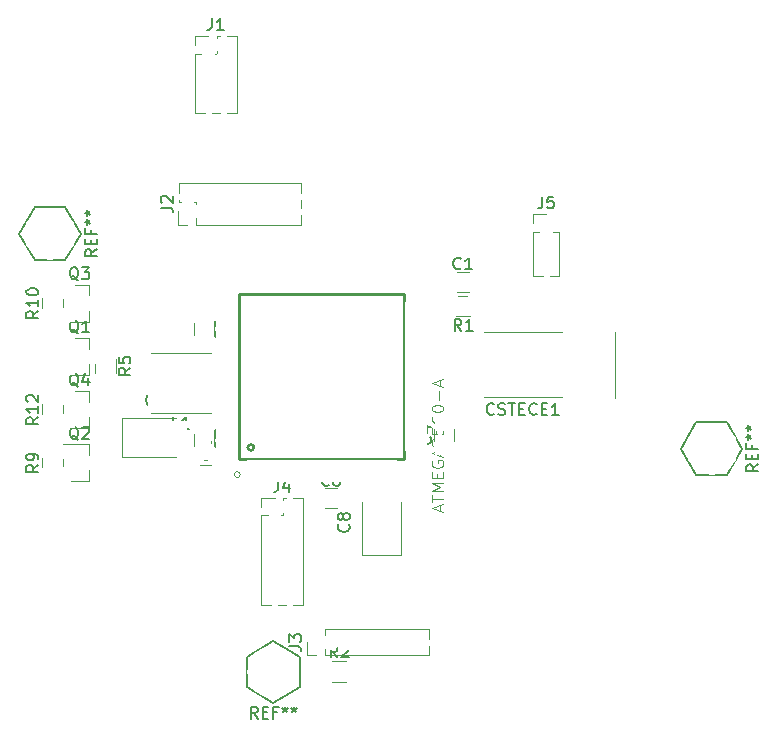
<source format=gto>
G04 #@! TF.FileFunction,Legend,Top*
%FSLAX46Y46*%
G04 Gerber Fmt 4.6, Leading zero omitted, Abs format (unit mm)*
G04 Created by KiCad (PCBNEW 4.0.7) date 06/01/18 20:18:40*
%MOMM*%
%LPD*%
G01*
G04 APERTURE LIST*
%ADD10C,0.100000*%
%ADD11C,0.254000*%
%ADD12C,0.120000*%
%ADD13C,0.150000*%
%ADD14C,0.050000*%
%ADD15R,0.690000X1.900000*%
%ADD16R,1.900000X0.690000*%
%ADD17R,1.400000X1.400000*%
%ADD18O,1.400000X1.400000*%
%ADD19R,1.300000X1.200000*%
%ADD20R,1.650000X1.400000*%
%ADD21R,1.400000X1.650000*%
%ADD22R,5.900000X2.400000*%
%ADD23R,1.100000X1.700000*%
%ADD24C,4.400000*%
%ADD25R,1.700000X1.100000*%
%ADD26R,2.900000X2.350000*%
%ADD27R,2.350000X2.900000*%
%ADD28R,1.900000X4.600000*%
G04 APERTURE END LIST*
D10*
D11*
X38000000Y-60000000D02*
X38000000Y-46000000D01*
X38000000Y-46000000D02*
X52000000Y-46000000D01*
X52000000Y-46000000D02*
X52000000Y-60000000D01*
X52000000Y-60000000D02*
X38000000Y-60000000D01*
X39249900Y-59000000D02*
G75*
G03X39249900Y-59000000I-249900J0D01*
G01*
D10*
X38104000Y-61300000D02*
G75*
G03X38104000Y-61300000I-254000J0D01*
G01*
D12*
X39870000Y-72315000D02*
X40692470Y-72315000D01*
X42577530Y-72315000D02*
X43400000Y-72315000D01*
X41307530Y-72315000D02*
X41962470Y-72315000D01*
X39870000Y-64760000D02*
X39870000Y-72315000D01*
X43400000Y-63305000D02*
X43400000Y-72315000D01*
X39870000Y-64760000D02*
X40436529Y-64760000D01*
X41563471Y-64760000D02*
X41706529Y-64760000D01*
X41760000Y-64706529D02*
X41760000Y-64563471D01*
X41760000Y-63436529D02*
X41760000Y-63305000D01*
X41760000Y-63305000D02*
X41962470Y-63305000D01*
X42577530Y-63305000D02*
X43400000Y-63305000D01*
X39870000Y-64000000D02*
X39870000Y-63240000D01*
X39870000Y-63240000D02*
X41000000Y-63240000D01*
X25260000Y-48380000D02*
X25260000Y-47450000D01*
X25260000Y-45220000D02*
X25260000Y-46150000D01*
X25260000Y-45220000D02*
X23100000Y-45220000D01*
X25260000Y-48380000D02*
X23800000Y-48380000D01*
X35880000Y-58870000D02*
X35880000Y-57870000D01*
X34180000Y-57870000D02*
X34180000Y-58870000D01*
X43205000Y-40130000D02*
X43205000Y-39307530D01*
X43205000Y-37422470D02*
X43205000Y-36600000D01*
X43205000Y-38692470D02*
X43205000Y-38037530D01*
X34380000Y-40130000D02*
X43205000Y-40130000D01*
X32925000Y-36600000D02*
X43205000Y-36600000D01*
X34380000Y-40130000D02*
X34380000Y-39563471D01*
X34380000Y-38436529D02*
X34380000Y-38293471D01*
X34326529Y-38240000D02*
X34183471Y-38240000D01*
X33056529Y-38240000D02*
X32925000Y-38240000D01*
X32925000Y-38240000D02*
X32925000Y-38037530D01*
X32925000Y-37422470D02*
X32925000Y-36600000D01*
X33620000Y-40130000D02*
X32860000Y-40130000D01*
X32860000Y-40130000D02*
X32860000Y-39000000D01*
X57440000Y-44120000D02*
X56440000Y-44120000D01*
X56440000Y-45820000D02*
X57440000Y-45820000D01*
X54470000Y-57460000D02*
X54470000Y-58460000D01*
X56170000Y-58460000D02*
X56170000Y-57460000D01*
X35850000Y-49500000D02*
X35850000Y-48500000D01*
X34150000Y-48500000D02*
X34150000Y-49500000D01*
X46260000Y-62450000D02*
X45260000Y-62450000D01*
X45260000Y-64150000D02*
X46260000Y-64150000D01*
X65300000Y-54740000D02*
X58700000Y-54740000D01*
X65300000Y-49260000D02*
X58700000Y-49260000D01*
X69800000Y-54800000D02*
X69800000Y-49200000D01*
X34270000Y-30675000D02*
X35092470Y-30675000D01*
X36977530Y-30675000D02*
X37800000Y-30675000D01*
X35707530Y-30675000D02*
X36362470Y-30675000D01*
X34270000Y-25660000D02*
X34270000Y-30675000D01*
X37800000Y-24205000D02*
X37800000Y-30675000D01*
X34270000Y-25660000D02*
X34836529Y-25660000D01*
X35963471Y-25660000D02*
X36106529Y-25660000D01*
X36160000Y-25606529D02*
X36160000Y-25463471D01*
X36160000Y-24336529D02*
X36160000Y-24205000D01*
X36160000Y-24205000D02*
X36362470Y-24205000D01*
X36977530Y-24205000D02*
X37800000Y-24205000D01*
X34270000Y-24900000D02*
X34270000Y-24140000D01*
X34270000Y-24140000D02*
X35400000Y-24140000D01*
X56380000Y-46140000D02*
X57580000Y-46140000D01*
X57580000Y-47900000D02*
X56380000Y-47900000D01*
X47080000Y-78850000D02*
X45880000Y-78850000D01*
X45880000Y-77090000D02*
X47080000Y-77090000D01*
X25260000Y-52880000D02*
X25260000Y-51950000D01*
X25260000Y-49720000D02*
X25260000Y-50650000D01*
X25260000Y-49720000D02*
X23100000Y-49720000D01*
X25260000Y-52880000D02*
X23800000Y-52880000D01*
X25260000Y-61880000D02*
X25260000Y-60950000D01*
X25260000Y-58720000D02*
X25260000Y-59650000D01*
X25260000Y-58720000D02*
X23100000Y-58720000D01*
X25260000Y-61880000D02*
X23800000Y-61880000D01*
X25260000Y-57380000D02*
X25260000Y-56450000D01*
X25260000Y-54220000D02*
X25260000Y-55150000D01*
X25260000Y-54220000D02*
X23100000Y-54220000D01*
X25260000Y-57380000D02*
X23800000Y-57380000D01*
D13*
X40900000Y-80598000D02*
X43150000Y-79299000D01*
X38650000Y-79299000D02*
X40900000Y-80598000D01*
X38650000Y-76701000D02*
X40900000Y-75402000D01*
X40900000Y-75402000D02*
X43150000Y-76701000D01*
X38650000Y-76701000D02*
X38650000Y-79299000D01*
X43150000Y-76701000D02*
X43150000Y-79299000D01*
X80598000Y-59100000D02*
X79299000Y-56850000D01*
X79299000Y-61350000D02*
X80598000Y-59100000D01*
X76701000Y-61350000D02*
X75402000Y-59100000D01*
X75402000Y-59100000D02*
X76701000Y-56850000D01*
X76701000Y-61350000D02*
X79299000Y-61350000D01*
X76701000Y-56850000D02*
X79299000Y-56850000D01*
X24598000Y-40900000D02*
X23299000Y-38650000D01*
X23299000Y-43150000D02*
X24598000Y-40900000D01*
X20701000Y-43150000D02*
X19402000Y-40900000D01*
X19402000Y-40900000D02*
X20701000Y-38650000D01*
X20701000Y-43150000D02*
X23299000Y-43150000D01*
X20701000Y-38650000D02*
X23299000Y-38650000D01*
D12*
X54085000Y-76610000D02*
X54085000Y-75807530D01*
X54085000Y-75192470D02*
X54085000Y-74390000D01*
X45260000Y-76610000D02*
X54085000Y-76610000D01*
X45260000Y-74390000D02*
X54085000Y-74390000D01*
X45260000Y-76610000D02*
X45260000Y-76063471D01*
X45260000Y-74936529D02*
X45260000Y-74390000D01*
X44500000Y-76610000D02*
X43740000Y-76610000D01*
X43740000Y-76610000D02*
X43740000Y-75500000D01*
X62890000Y-44505000D02*
X63692470Y-44505000D01*
X64307530Y-44505000D02*
X65110000Y-44505000D01*
X62890000Y-40760000D02*
X62890000Y-44505000D01*
X65110000Y-40760000D02*
X65110000Y-44505000D01*
X62890000Y-40760000D02*
X63436529Y-40760000D01*
X64563471Y-40760000D02*
X65110000Y-40760000D01*
X62890000Y-40000000D02*
X62890000Y-39240000D01*
X62890000Y-39240000D02*
X64000000Y-39240000D01*
X25820000Y-52700000D02*
X25820000Y-51500000D01*
X27580000Y-51500000D02*
X27580000Y-52700000D01*
X23080000Y-59700000D02*
X23080000Y-60900000D01*
X21320000Y-60900000D02*
X21320000Y-59700000D01*
X23080000Y-46200000D02*
X23080000Y-47400000D01*
X21320000Y-47400000D02*
X21320000Y-46200000D01*
X23080000Y-55200000D02*
X23080000Y-56400000D01*
X21320000Y-56400000D02*
X21320000Y-55200000D01*
X48410000Y-68145000D02*
X48410000Y-63595000D01*
X51710000Y-68145000D02*
X51710000Y-63595000D01*
X48410000Y-68145000D02*
X51710000Y-68145000D01*
X28105000Y-56540000D02*
X32655000Y-56540000D01*
X28105000Y-59840000D02*
X32655000Y-59840000D01*
X28105000Y-56540000D02*
X28105000Y-59840000D01*
X35610000Y-56100000D02*
X30510000Y-56100000D01*
X35610000Y-51000000D02*
X30510000Y-51000000D01*
D14*
X35655269Y-60455859D02*
X34653969Y-60455859D01*
X35559907Y-59406878D02*
X35607588Y-59454559D01*
X35655269Y-59597602D01*
X35655269Y-59692964D01*
X35607588Y-59836006D01*
X35512226Y-59931368D01*
X35416864Y-59979049D01*
X35226140Y-60026730D01*
X35083098Y-60026730D01*
X34892374Y-59979049D01*
X34797012Y-59931368D01*
X34701650Y-59836006D01*
X34653969Y-59692964D01*
X34653969Y-59597602D01*
X34701650Y-59454559D01*
X34749331Y-59406878D01*
X35655269Y-58453259D02*
X35655269Y-59025430D01*
X35655269Y-58739344D02*
X34653969Y-58739344D01*
X34797012Y-58834706D01*
X34892374Y-58930068D01*
X34940055Y-59025430D01*
X55014345Y-64384579D02*
X55014345Y-63907308D01*
X55300708Y-64480034D02*
X54298438Y-64145944D01*
X55300708Y-63811854D01*
X54298438Y-63620945D02*
X54298438Y-63048219D01*
X55300708Y-63334582D02*
X54298438Y-63334582D01*
X55300708Y-62714129D02*
X54298438Y-62714129D01*
X55014345Y-62380039D01*
X54298438Y-62045949D01*
X55300708Y-62045949D01*
X54775709Y-61568678D02*
X54775709Y-61234588D01*
X55300708Y-61091407D02*
X55300708Y-61568678D01*
X54298438Y-61568678D01*
X54298438Y-61091407D01*
X54346165Y-60136864D02*
X54298438Y-60232318D01*
X54298438Y-60375499D01*
X54346165Y-60518681D01*
X54441619Y-60614135D01*
X54537074Y-60661862D01*
X54727982Y-60709589D01*
X54871164Y-60709589D01*
X55062072Y-60661862D01*
X55157526Y-60614135D01*
X55252981Y-60518681D01*
X55300708Y-60375499D01*
X55300708Y-60280045D01*
X55252981Y-60136864D01*
X55205254Y-60089137D01*
X54871164Y-60089137D01*
X54871164Y-60280045D01*
X55014345Y-59707319D02*
X55014345Y-59230048D01*
X55300708Y-59802774D02*
X54298438Y-59468684D01*
X55300708Y-59134594D01*
X54393892Y-58848230D02*
X54346165Y-58800503D01*
X54298438Y-58705049D01*
X54298438Y-58466413D01*
X54346165Y-58370959D01*
X54393892Y-58323232D01*
X54489346Y-58275505D01*
X54584801Y-58275505D01*
X54727982Y-58323232D01*
X55300708Y-58895958D01*
X55300708Y-58275505D01*
X54298438Y-57368689D02*
X54298438Y-57845960D01*
X54775709Y-57893687D01*
X54727982Y-57845960D01*
X54680255Y-57750506D01*
X54680255Y-57511870D01*
X54727982Y-57416416D01*
X54775709Y-57368689D01*
X54871164Y-57320962D01*
X55109799Y-57320962D01*
X55205254Y-57368689D01*
X55252981Y-57416416D01*
X55300708Y-57511870D01*
X55300708Y-57750506D01*
X55252981Y-57845960D01*
X55205254Y-57893687D01*
X54298438Y-56461873D02*
X54298438Y-56652782D01*
X54346165Y-56748236D01*
X54393892Y-56795963D01*
X54537074Y-56891417D01*
X54727982Y-56939144D01*
X55109799Y-56939144D01*
X55205254Y-56891417D01*
X55252981Y-56843690D01*
X55300708Y-56748236D01*
X55300708Y-56557327D01*
X55252981Y-56461873D01*
X55205254Y-56414146D01*
X55109799Y-56366419D01*
X54871164Y-56366419D01*
X54775709Y-56414146D01*
X54727982Y-56461873D01*
X54680255Y-56557327D01*
X54680255Y-56748236D01*
X54727982Y-56843690D01*
X54775709Y-56891417D01*
X54871164Y-56939144D01*
X54298438Y-55745966D02*
X54298438Y-55650511D01*
X54346165Y-55555057D01*
X54393892Y-55507330D01*
X54489346Y-55459603D01*
X54680255Y-55411876D01*
X54918891Y-55411876D01*
X55109799Y-55459603D01*
X55205254Y-55507330D01*
X55252981Y-55555057D01*
X55300708Y-55650511D01*
X55300708Y-55745966D01*
X55252981Y-55841420D01*
X55205254Y-55889147D01*
X55109799Y-55936874D01*
X54918891Y-55984601D01*
X54680255Y-55984601D01*
X54489346Y-55936874D01*
X54393892Y-55889147D01*
X54346165Y-55841420D01*
X54298438Y-55745966D01*
X54918891Y-54982331D02*
X54918891Y-54218697D01*
X55014345Y-53789152D02*
X55014345Y-53311881D01*
X55300708Y-53884607D02*
X54298438Y-53550517D01*
X55300708Y-53216427D01*
D13*
X41301667Y-61757381D02*
X41301667Y-62471667D01*
X41254047Y-62614524D01*
X41158809Y-62709762D01*
X41015952Y-62757381D01*
X40920714Y-62757381D01*
X42206429Y-62090714D02*
X42206429Y-62757381D01*
X41968333Y-61709762D02*
X41730238Y-62424048D01*
X42349286Y-62424048D01*
X24404762Y-44847619D02*
X24309524Y-44800000D01*
X24214286Y-44704762D01*
X24071429Y-44561905D01*
X23976190Y-44514286D01*
X23880952Y-44514286D01*
X23928571Y-44752381D02*
X23833333Y-44704762D01*
X23738095Y-44609524D01*
X23690476Y-44419048D01*
X23690476Y-44085714D01*
X23738095Y-43895238D01*
X23833333Y-43800000D01*
X23928571Y-43752381D01*
X24119048Y-43752381D01*
X24214286Y-43800000D01*
X24309524Y-43895238D01*
X24357143Y-44085714D01*
X24357143Y-44419048D01*
X24309524Y-44609524D01*
X24214286Y-44704762D01*
X24119048Y-44752381D01*
X23928571Y-44752381D01*
X24690476Y-43752381D02*
X25309524Y-43752381D01*
X24976190Y-44133333D01*
X25119048Y-44133333D01*
X25214286Y-44180952D01*
X25261905Y-44228571D01*
X25309524Y-44323810D01*
X25309524Y-44561905D01*
X25261905Y-44657143D01*
X25214286Y-44704762D01*
X25119048Y-44752381D01*
X24833333Y-44752381D01*
X24738095Y-44704762D01*
X24690476Y-44657143D01*
X36887143Y-58536666D02*
X36934762Y-58584285D01*
X36982381Y-58727142D01*
X36982381Y-58822380D01*
X36934762Y-58965238D01*
X36839524Y-59060476D01*
X36744286Y-59108095D01*
X36553810Y-59155714D01*
X36410952Y-59155714D01*
X36220476Y-59108095D01*
X36125238Y-59060476D01*
X36030000Y-58965238D01*
X35982381Y-58822380D01*
X35982381Y-58727142D01*
X36030000Y-58584285D01*
X36077619Y-58536666D01*
X35982381Y-58203333D02*
X35982381Y-57536666D01*
X36982381Y-57965238D01*
X31377381Y-38698333D02*
X32091667Y-38698333D01*
X32234524Y-38745953D01*
X32329762Y-38841191D01*
X32377381Y-38984048D01*
X32377381Y-39079286D01*
X31472619Y-38269762D02*
X31425000Y-38222143D01*
X31377381Y-38126905D01*
X31377381Y-37888809D01*
X31425000Y-37793571D01*
X31472619Y-37745952D01*
X31567857Y-37698333D01*
X31663095Y-37698333D01*
X31805952Y-37745952D01*
X32377381Y-38317381D01*
X32377381Y-37698333D01*
X56773334Y-43827143D02*
X56725715Y-43874762D01*
X56582858Y-43922381D01*
X56487620Y-43922381D01*
X56344762Y-43874762D01*
X56249524Y-43779524D01*
X56201905Y-43684286D01*
X56154286Y-43493810D01*
X56154286Y-43350952D01*
X56201905Y-43160476D01*
X56249524Y-43065238D01*
X56344762Y-42970000D01*
X56487620Y-42922381D01*
X56582858Y-42922381D01*
X56725715Y-42970000D01*
X56773334Y-43017619D01*
X57725715Y-43922381D02*
X57154286Y-43922381D01*
X57440000Y-43922381D02*
X57440000Y-42922381D01*
X57344762Y-43065238D01*
X57249524Y-43160476D01*
X57154286Y-43208095D01*
X54177143Y-58126666D02*
X54224762Y-58174285D01*
X54272381Y-58317142D01*
X54272381Y-58412380D01*
X54224762Y-58555238D01*
X54129524Y-58650476D01*
X54034286Y-58698095D01*
X53843810Y-58745714D01*
X53700952Y-58745714D01*
X53510476Y-58698095D01*
X53415238Y-58650476D01*
X53320000Y-58555238D01*
X53272381Y-58412380D01*
X53272381Y-58317142D01*
X53320000Y-58174285D01*
X53367619Y-58126666D01*
X53605714Y-57269523D02*
X54272381Y-57269523D01*
X53224762Y-57507619D02*
X53939048Y-57745714D01*
X53939048Y-57126666D01*
X36857143Y-49166666D02*
X36904762Y-49214285D01*
X36952381Y-49357142D01*
X36952381Y-49452380D01*
X36904762Y-49595238D01*
X36809524Y-49690476D01*
X36714286Y-49738095D01*
X36523810Y-49785714D01*
X36380952Y-49785714D01*
X36190476Y-49738095D01*
X36095238Y-49690476D01*
X36000000Y-49595238D01*
X35952381Y-49452380D01*
X35952381Y-49357142D01*
X36000000Y-49214285D01*
X36047619Y-49166666D01*
X35952381Y-48261904D02*
X35952381Y-48738095D01*
X36428571Y-48785714D01*
X36380952Y-48738095D01*
X36333333Y-48642857D01*
X36333333Y-48404761D01*
X36380952Y-48309523D01*
X36428571Y-48261904D01*
X36523810Y-48214285D01*
X36761905Y-48214285D01*
X36857143Y-48261904D01*
X36904762Y-48309523D01*
X36952381Y-48404761D01*
X36952381Y-48642857D01*
X36904762Y-48738095D01*
X36857143Y-48785714D01*
X45593334Y-62157143D02*
X45545715Y-62204762D01*
X45402858Y-62252381D01*
X45307620Y-62252381D01*
X45164762Y-62204762D01*
X45069524Y-62109524D01*
X45021905Y-62014286D01*
X44974286Y-61823810D01*
X44974286Y-61680952D01*
X45021905Y-61490476D01*
X45069524Y-61395238D01*
X45164762Y-61300000D01*
X45307620Y-61252381D01*
X45402858Y-61252381D01*
X45545715Y-61300000D01*
X45593334Y-61347619D01*
X46450477Y-61252381D02*
X46260000Y-61252381D01*
X46164762Y-61300000D01*
X46117143Y-61347619D01*
X46021905Y-61490476D01*
X45974286Y-61680952D01*
X45974286Y-62061905D01*
X46021905Y-62157143D01*
X46069524Y-62204762D01*
X46164762Y-62252381D01*
X46355239Y-62252381D01*
X46450477Y-62204762D01*
X46498096Y-62157143D01*
X46545715Y-62061905D01*
X46545715Y-61823810D01*
X46498096Y-61728571D01*
X46450477Y-61680952D01*
X46355239Y-61633333D01*
X46164762Y-61633333D01*
X46069524Y-61680952D01*
X46021905Y-61728571D01*
X45974286Y-61823810D01*
X59571429Y-56157143D02*
X59523810Y-56204762D01*
X59380953Y-56252381D01*
X59285715Y-56252381D01*
X59142857Y-56204762D01*
X59047619Y-56109524D01*
X59000000Y-56014286D01*
X58952381Y-55823810D01*
X58952381Y-55680952D01*
X59000000Y-55490476D01*
X59047619Y-55395238D01*
X59142857Y-55300000D01*
X59285715Y-55252381D01*
X59380953Y-55252381D01*
X59523810Y-55300000D01*
X59571429Y-55347619D01*
X59952381Y-56204762D02*
X60095238Y-56252381D01*
X60333334Y-56252381D01*
X60428572Y-56204762D01*
X60476191Y-56157143D01*
X60523810Y-56061905D01*
X60523810Y-55966667D01*
X60476191Y-55871429D01*
X60428572Y-55823810D01*
X60333334Y-55776190D01*
X60142857Y-55728571D01*
X60047619Y-55680952D01*
X60000000Y-55633333D01*
X59952381Y-55538095D01*
X59952381Y-55442857D01*
X60000000Y-55347619D01*
X60047619Y-55300000D01*
X60142857Y-55252381D01*
X60380953Y-55252381D01*
X60523810Y-55300000D01*
X60809524Y-55252381D02*
X61380953Y-55252381D01*
X61095238Y-56252381D02*
X61095238Y-55252381D01*
X61714286Y-55728571D02*
X62047620Y-55728571D01*
X62190477Y-56252381D02*
X61714286Y-56252381D01*
X61714286Y-55252381D01*
X62190477Y-55252381D01*
X63190477Y-56157143D02*
X63142858Y-56204762D01*
X63000001Y-56252381D01*
X62904763Y-56252381D01*
X62761905Y-56204762D01*
X62666667Y-56109524D01*
X62619048Y-56014286D01*
X62571429Y-55823810D01*
X62571429Y-55680952D01*
X62619048Y-55490476D01*
X62666667Y-55395238D01*
X62761905Y-55300000D01*
X62904763Y-55252381D01*
X63000001Y-55252381D01*
X63142858Y-55300000D01*
X63190477Y-55347619D01*
X63619048Y-55728571D02*
X63952382Y-55728571D01*
X64095239Y-56252381D02*
X63619048Y-56252381D01*
X63619048Y-55252381D01*
X64095239Y-55252381D01*
X65047620Y-56252381D02*
X64476191Y-56252381D01*
X64761905Y-56252381D02*
X64761905Y-55252381D01*
X64666667Y-55395238D01*
X64571429Y-55490476D01*
X64476191Y-55538095D01*
X35701667Y-22657381D02*
X35701667Y-23371667D01*
X35654047Y-23514524D01*
X35558809Y-23609762D01*
X35415952Y-23657381D01*
X35320714Y-23657381D01*
X36701667Y-23657381D02*
X36130238Y-23657381D01*
X36415952Y-23657381D02*
X36415952Y-22657381D01*
X36320714Y-22800238D01*
X36225476Y-22895476D01*
X36130238Y-22943095D01*
X56813334Y-49122381D02*
X56480000Y-48646190D01*
X56241905Y-49122381D02*
X56241905Y-48122381D01*
X56622858Y-48122381D01*
X56718096Y-48170000D01*
X56765715Y-48217619D01*
X56813334Y-48312857D01*
X56813334Y-48455714D01*
X56765715Y-48550952D01*
X56718096Y-48598571D01*
X56622858Y-48646190D01*
X56241905Y-48646190D01*
X57765715Y-49122381D02*
X57194286Y-49122381D01*
X57480000Y-49122381D02*
X57480000Y-48122381D01*
X57384762Y-48265238D01*
X57289524Y-48360476D01*
X57194286Y-48408095D01*
X46313334Y-76772381D02*
X45980000Y-76296190D01*
X45741905Y-76772381D02*
X45741905Y-75772381D01*
X46122858Y-75772381D01*
X46218096Y-75820000D01*
X46265715Y-75867619D01*
X46313334Y-75962857D01*
X46313334Y-76105714D01*
X46265715Y-76200952D01*
X46218096Y-76248571D01*
X46122858Y-76296190D01*
X45741905Y-76296190D01*
X46694286Y-75867619D02*
X46741905Y-75820000D01*
X46837143Y-75772381D01*
X47075239Y-75772381D01*
X47170477Y-75820000D01*
X47218096Y-75867619D01*
X47265715Y-75962857D01*
X47265715Y-76058095D01*
X47218096Y-76200952D01*
X46646667Y-76772381D01*
X47265715Y-76772381D01*
X24404762Y-49347619D02*
X24309524Y-49300000D01*
X24214286Y-49204762D01*
X24071429Y-49061905D01*
X23976190Y-49014286D01*
X23880952Y-49014286D01*
X23928571Y-49252381D02*
X23833333Y-49204762D01*
X23738095Y-49109524D01*
X23690476Y-48919048D01*
X23690476Y-48585714D01*
X23738095Y-48395238D01*
X23833333Y-48300000D01*
X23928571Y-48252381D01*
X24119048Y-48252381D01*
X24214286Y-48300000D01*
X24309524Y-48395238D01*
X24357143Y-48585714D01*
X24357143Y-48919048D01*
X24309524Y-49109524D01*
X24214286Y-49204762D01*
X24119048Y-49252381D01*
X23928571Y-49252381D01*
X25309524Y-49252381D02*
X24738095Y-49252381D01*
X25023809Y-49252381D02*
X25023809Y-48252381D01*
X24928571Y-48395238D01*
X24833333Y-48490476D01*
X24738095Y-48538095D01*
X24404762Y-58347619D02*
X24309524Y-58300000D01*
X24214286Y-58204762D01*
X24071429Y-58061905D01*
X23976190Y-58014286D01*
X23880952Y-58014286D01*
X23928571Y-58252381D02*
X23833333Y-58204762D01*
X23738095Y-58109524D01*
X23690476Y-57919048D01*
X23690476Y-57585714D01*
X23738095Y-57395238D01*
X23833333Y-57300000D01*
X23928571Y-57252381D01*
X24119048Y-57252381D01*
X24214286Y-57300000D01*
X24309524Y-57395238D01*
X24357143Y-57585714D01*
X24357143Y-57919048D01*
X24309524Y-58109524D01*
X24214286Y-58204762D01*
X24119048Y-58252381D01*
X23928571Y-58252381D01*
X24738095Y-57347619D02*
X24785714Y-57300000D01*
X24880952Y-57252381D01*
X25119048Y-57252381D01*
X25214286Y-57300000D01*
X25261905Y-57347619D01*
X25309524Y-57442857D01*
X25309524Y-57538095D01*
X25261905Y-57680952D01*
X24690476Y-58252381D01*
X25309524Y-58252381D01*
X24404762Y-53847619D02*
X24309524Y-53800000D01*
X24214286Y-53704762D01*
X24071429Y-53561905D01*
X23976190Y-53514286D01*
X23880952Y-53514286D01*
X23928571Y-53752381D02*
X23833333Y-53704762D01*
X23738095Y-53609524D01*
X23690476Y-53419048D01*
X23690476Y-53085714D01*
X23738095Y-52895238D01*
X23833333Y-52800000D01*
X23928571Y-52752381D01*
X24119048Y-52752381D01*
X24214286Y-52800000D01*
X24309524Y-52895238D01*
X24357143Y-53085714D01*
X24357143Y-53419048D01*
X24309524Y-53609524D01*
X24214286Y-53704762D01*
X24119048Y-53752381D01*
X23928571Y-53752381D01*
X25214286Y-53085714D02*
X25214286Y-53752381D01*
X24976190Y-52704762D02*
X24738095Y-53419048D01*
X25357143Y-53419048D01*
X39566667Y-81952381D02*
X39233333Y-81476190D01*
X38995238Y-81952381D02*
X38995238Y-80952381D01*
X39376191Y-80952381D01*
X39471429Y-81000000D01*
X39519048Y-81047619D01*
X39566667Y-81142857D01*
X39566667Y-81285714D01*
X39519048Y-81380952D01*
X39471429Y-81428571D01*
X39376191Y-81476190D01*
X38995238Y-81476190D01*
X39995238Y-81428571D02*
X40328572Y-81428571D01*
X40471429Y-81952381D02*
X39995238Y-81952381D01*
X39995238Y-80952381D01*
X40471429Y-80952381D01*
X41233334Y-81428571D02*
X40900000Y-81428571D01*
X40900000Y-81952381D02*
X40900000Y-80952381D01*
X41376191Y-80952381D01*
X41900000Y-80952381D02*
X41900000Y-81190476D01*
X41661905Y-81095238D02*
X41900000Y-81190476D01*
X42138096Y-81095238D01*
X41757143Y-81380952D02*
X41900000Y-81190476D01*
X42042858Y-81380952D01*
X42661905Y-80952381D02*
X42661905Y-81190476D01*
X42423810Y-81095238D02*
X42661905Y-81190476D01*
X42900001Y-81095238D01*
X42519048Y-81380952D02*
X42661905Y-81190476D01*
X42804763Y-81380952D01*
X81952381Y-60433333D02*
X81476190Y-60766667D01*
X81952381Y-61004762D02*
X80952381Y-61004762D01*
X80952381Y-60623809D01*
X81000000Y-60528571D01*
X81047619Y-60480952D01*
X81142857Y-60433333D01*
X81285714Y-60433333D01*
X81380952Y-60480952D01*
X81428571Y-60528571D01*
X81476190Y-60623809D01*
X81476190Y-61004762D01*
X81428571Y-60004762D02*
X81428571Y-59671428D01*
X81952381Y-59528571D02*
X81952381Y-60004762D01*
X80952381Y-60004762D01*
X80952381Y-59528571D01*
X81428571Y-58766666D02*
X81428571Y-59100000D01*
X81952381Y-59100000D02*
X80952381Y-59100000D01*
X80952381Y-58623809D01*
X80952381Y-58100000D02*
X81190476Y-58100000D01*
X81095238Y-58338095D02*
X81190476Y-58100000D01*
X81095238Y-57861904D01*
X81380952Y-58242857D02*
X81190476Y-58100000D01*
X81380952Y-57957142D01*
X80952381Y-57338095D02*
X81190476Y-57338095D01*
X81095238Y-57576190D02*
X81190476Y-57338095D01*
X81095238Y-57099999D01*
X81380952Y-57480952D02*
X81190476Y-57338095D01*
X81380952Y-57195237D01*
X25952381Y-42233333D02*
X25476190Y-42566667D01*
X25952381Y-42804762D02*
X24952381Y-42804762D01*
X24952381Y-42423809D01*
X25000000Y-42328571D01*
X25047619Y-42280952D01*
X25142857Y-42233333D01*
X25285714Y-42233333D01*
X25380952Y-42280952D01*
X25428571Y-42328571D01*
X25476190Y-42423809D01*
X25476190Y-42804762D01*
X25428571Y-41804762D02*
X25428571Y-41471428D01*
X25952381Y-41328571D02*
X25952381Y-41804762D01*
X24952381Y-41804762D01*
X24952381Y-41328571D01*
X25428571Y-40566666D02*
X25428571Y-40900000D01*
X25952381Y-40900000D02*
X24952381Y-40900000D01*
X24952381Y-40423809D01*
X24952381Y-39900000D02*
X25190476Y-39900000D01*
X25095238Y-40138095D02*
X25190476Y-39900000D01*
X25095238Y-39661904D01*
X25380952Y-40042857D02*
X25190476Y-39900000D01*
X25380952Y-39757142D01*
X24952381Y-39138095D02*
X25190476Y-39138095D01*
X25095238Y-39376190D02*
X25190476Y-39138095D01*
X25095238Y-38899999D01*
X25380952Y-39280952D02*
X25190476Y-39138095D01*
X25380952Y-38995237D01*
X42257381Y-75833333D02*
X42971667Y-75833333D01*
X43114524Y-75880953D01*
X43209762Y-75976191D01*
X43257381Y-76119048D01*
X43257381Y-76214286D01*
X42257381Y-75452381D02*
X42257381Y-74833333D01*
X42638333Y-75166667D01*
X42638333Y-75023809D01*
X42685952Y-74928571D01*
X42733571Y-74880952D01*
X42828810Y-74833333D01*
X43066905Y-74833333D01*
X43162143Y-74880952D01*
X43209762Y-74928571D01*
X43257381Y-75023809D01*
X43257381Y-75309524D01*
X43209762Y-75404762D01*
X43162143Y-75452381D01*
X63666667Y-37757381D02*
X63666667Y-38471667D01*
X63619047Y-38614524D01*
X63523809Y-38709762D01*
X63380952Y-38757381D01*
X63285714Y-38757381D01*
X64619048Y-37757381D02*
X64142857Y-37757381D01*
X64095238Y-38233571D01*
X64142857Y-38185952D01*
X64238095Y-38138333D01*
X64476191Y-38138333D01*
X64571429Y-38185952D01*
X64619048Y-38233571D01*
X64666667Y-38328810D01*
X64666667Y-38566905D01*
X64619048Y-38662143D01*
X64571429Y-38709762D01*
X64476191Y-38757381D01*
X64238095Y-38757381D01*
X64142857Y-38709762D01*
X64095238Y-38662143D01*
X28802381Y-52266666D02*
X28326190Y-52600000D01*
X28802381Y-52838095D02*
X27802381Y-52838095D01*
X27802381Y-52457142D01*
X27850000Y-52361904D01*
X27897619Y-52314285D01*
X27992857Y-52266666D01*
X28135714Y-52266666D01*
X28230952Y-52314285D01*
X28278571Y-52361904D01*
X28326190Y-52457142D01*
X28326190Y-52838095D01*
X27802381Y-51361904D02*
X27802381Y-51838095D01*
X28278571Y-51885714D01*
X28230952Y-51838095D01*
X28183333Y-51742857D01*
X28183333Y-51504761D01*
X28230952Y-51409523D01*
X28278571Y-51361904D01*
X28373810Y-51314285D01*
X28611905Y-51314285D01*
X28707143Y-51361904D01*
X28754762Y-51409523D01*
X28802381Y-51504761D01*
X28802381Y-51742857D01*
X28754762Y-51838095D01*
X28707143Y-51885714D01*
X21002381Y-60466666D02*
X20526190Y-60800000D01*
X21002381Y-61038095D02*
X20002381Y-61038095D01*
X20002381Y-60657142D01*
X20050000Y-60561904D01*
X20097619Y-60514285D01*
X20192857Y-60466666D01*
X20335714Y-60466666D01*
X20430952Y-60514285D01*
X20478571Y-60561904D01*
X20526190Y-60657142D01*
X20526190Y-61038095D01*
X21002381Y-59990476D02*
X21002381Y-59800000D01*
X20954762Y-59704761D01*
X20907143Y-59657142D01*
X20764286Y-59561904D01*
X20573810Y-59514285D01*
X20192857Y-59514285D01*
X20097619Y-59561904D01*
X20050000Y-59609523D01*
X20002381Y-59704761D01*
X20002381Y-59895238D01*
X20050000Y-59990476D01*
X20097619Y-60038095D01*
X20192857Y-60085714D01*
X20430952Y-60085714D01*
X20526190Y-60038095D01*
X20573810Y-59990476D01*
X20621429Y-59895238D01*
X20621429Y-59704761D01*
X20573810Y-59609523D01*
X20526190Y-59561904D01*
X20430952Y-59514285D01*
X21002381Y-47442857D02*
X20526190Y-47776191D01*
X21002381Y-48014286D02*
X20002381Y-48014286D01*
X20002381Y-47633333D01*
X20050000Y-47538095D01*
X20097619Y-47490476D01*
X20192857Y-47442857D01*
X20335714Y-47442857D01*
X20430952Y-47490476D01*
X20478571Y-47538095D01*
X20526190Y-47633333D01*
X20526190Y-48014286D01*
X21002381Y-46490476D02*
X21002381Y-47061905D01*
X21002381Y-46776191D02*
X20002381Y-46776191D01*
X20145238Y-46871429D01*
X20240476Y-46966667D01*
X20288095Y-47061905D01*
X20002381Y-45871429D02*
X20002381Y-45776190D01*
X20050000Y-45680952D01*
X20097619Y-45633333D01*
X20192857Y-45585714D01*
X20383333Y-45538095D01*
X20621429Y-45538095D01*
X20811905Y-45585714D01*
X20907143Y-45633333D01*
X20954762Y-45680952D01*
X21002381Y-45776190D01*
X21002381Y-45871429D01*
X20954762Y-45966667D01*
X20907143Y-46014286D01*
X20811905Y-46061905D01*
X20621429Y-46109524D01*
X20383333Y-46109524D01*
X20192857Y-46061905D01*
X20097619Y-46014286D01*
X20050000Y-45966667D01*
X20002381Y-45871429D01*
X21002381Y-56442857D02*
X20526190Y-56776191D01*
X21002381Y-57014286D02*
X20002381Y-57014286D01*
X20002381Y-56633333D01*
X20050000Y-56538095D01*
X20097619Y-56490476D01*
X20192857Y-56442857D01*
X20335714Y-56442857D01*
X20430952Y-56490476D01*
X20478571Y-56538095D01*
X20526190Y-56633333D01*
X20526190Y-57014286D01*
X21002381Y-55490476D02*
X21002381Y-56061905D01*
X21002381Y-55776191D02*
X20002381Y-55776191D01*
X20145238Y-55871429D01*
X20240476Y-55966667D01*
X20288095Y-56061905D01*
X20097619Y-55109524D02*
X20050000Y-55061905D01*
X20002381Y-54966667D01*
X20002381Y-54728571D01*
X20050000Y-54633333D01*
X20097619Y-54585714D01*
X20192857Y-54538095D01*
X20288095Y-54538095D01*
X20430952Y-54585714D01*
X21002381Y-55157143D01*
X21002381Y-54538095D01*
X47267143Y-65511666D02*
X47314762Y-65559285D01*
X47362381Y-65702142D01*
X47362381Y-65797380D01*
X47314762Y-65940238D01*
X47219524Y-66035476D01*
X47124286Y-66083095D01*
X46933810Y-66130714D01*
X46790952Y-66130714D01*
X46600476Y-66083095D01*
X46505238Y-66035476D01*
X46410000Y-65940238D01*
X46362381Y-65797380D01*
X46362381Y-65702142D01*
X46410000Y-65559285D01*
X46457619Y-65511666D01*
X46790952Y-64940238D02*
X46743333Y-65035476D01*
X46695714Y-65083095D01*
X46600476Y-65130714D01*
X46552857Y-65130714D01*
X46457619Y-65083095D01*
X46410000Y-65035476D01*
X46362381Y-64940238D01*
X46362381Y-64749761D01*
X46410000Y-64654523D01*
X46457619Y-64606904D01*
X46552857Y-64559285D01*
X46600476Y-64559285D01*
X46695714Y-64606904D01*
X46743333Y-64654523D01*
X46790952Y-64749761D01*
X46790952Y-64940238D01*
X46838571Y-65035476D01*
X46886190Y-65083095D01*
X46981429Y-65130714D01*
X47171905Y-65130714D01*
X47267143Y-65083095D01*
X47314762Y-65035476D01*
X47362381Y-64940238D01*
X47362381Y-64749761D01*
X47314762Y-64654523D01*
X47267143Y-64606904D01*
X47171905Y-64559285D01*
X46981429Y-64559285D01*
X46886190Y-64606904D01*
X46838571Y-64654523D01*
X46790952Y-64749761D01*
X30738334Y-55397143D02*
X30690715Y-55444762D01*
X30547858Y-55492381D01*
X30452620Y-55492381D01*
X30309762Y-55444762D01*
X30214524Y-55349524D01*
X30166905Y-55254286D01*
X30119286Y-55063810D01*
X30119286Y-54920952D01*
X30166905Y-54730476D01*
X30214524Y-54635238D01*
X30309762Y-54540000D01*
X30452620Y-54492381D01*
X30547858Y-54492381D01*
X30690715Y-54540000D01*
X30738334Y-54587619D01*
X31214524Y-55492381D02*
X31405000Y-55492381D01*
X31500239Y-55444762D01*
X31547858Y-55397143D01*
X31643096Y-55254286D01*
X31690715Y-55063810D01*
X31690715Y-54682857D01*
X31643096Y-54587619D01*
X31595477Y-54540000D01*
X31500239Y-54492381D01*
X31309762Y-54492381D01*
X31214524Y-54540000D01*
X31166905Y-54587619D01*
X31119286Y-54682857D01*
X31119286Y-54920952D01*
X31166905Y-55016190D01*
X31214524Y-55063810D01*
X31309762Y-55111429D01*
X31500239Y-55111429D01*
X31595477Y-55063810D01*
X31643096Y-55016190D01*
X31690715Y-54920952D01*
X32893334Y-57452381D02*
X32417143Y-57452381D01*
X32417143Y-56452381D01*
X33750477Y-57452381D02*
X33179048Y-57452381D01*
X33464762Y-57452381D02*
X33464762Y-56452381D01*
X33369524Y-56595238D01*
X33274286Y-56690476D01*
X33179048Y-56738095D01*
%LPC*%
D15*
X39000000Y-61000000D03*
X39500000Y-61000000D03*
X40000000Y-61000000D03*
X40500000Y-61000000D03*
X41000000Y-61000000D03*
X41500000Y-61000000D03*
X42000000Y-61000000D03*
X42500000Y-61000000D03*
X43000000Y-61000000D03*
X43500000Y-61000000D03*
X44000000Y-61000000D03*
X44500000Y-61000000D03*
X45000000Y-61000000D03*
X45500000Y-61000000D03*
X46000000Y-61000000D03*
X46500000Y-61000000D03*
X47000000Y-61000000D03*
X47500000Y-61000000D03*
X48000000Y-61000000D03*
X48500000Y-61000000D03*
X49000000Y-61000000D03*
X49500000Y-61000000D03*
X50000000Y-61000000D03*
X50500000Y-61000000D03*
X51000000Y-61000000D03*
D16*
X53000000Y-59000000D03*
X53000000Y-58500000D03*
X53000000Y-58000000D03*
X53000000Y-57500000D03*
X53000000Y-57000000D03*
X53000000Y-56500000D03*
X53000000Y-56000000D03*
X53000000Y-55500000D03*
X53000000Y-55000000D03*
X53000000Y-54500000D03*
X53000000Y-54000000D03*
X53000000Y-53500000D03*
X53000000Y-53000000D03*
X53000000Y-52500000D03*
X53000000Y-52000000D03*
X53000000Y-51500000D03*
X53000000Y-51000000D03*
X53000000Y-50500000D03*
X53000000Y-50000000D03*
X53000000Y-49500000D03*
X53000000Y-49000000D03*
X53000000Y-48500000D03*
X53000000Y-48000000D03*
X53000000Y-47500000D03*
X53000000Y-47000000D03*
D15*
X51000000Y-45000000D03*
X50500000Y-45000000D03*
X50000000Y-45000000D03*
X49500000Y-45000000D03*
X49000000Y-45000000D03*
X48500000Y-45000000D03*
X48000000Y-45000000D03*
X47500000Y-45000000D03*
X47000000Y-45000000D03*
X46500000Y-45000000D03*
X46000000Y-45000000D03*
X45500000Y-45000000D03*
X45000000Y-45000000D03*
X44500000Y-45000000D03*
X44000000Y-45000000D03*
X43500000Y-45000000D03*
X43000000Y-45000000D03*
X42500000Y-45000000D03*
X42000000Y-45000000D03*
X41500000Y-45000000D03*
X41000000Y-45000000D03*
X40500000Y-45000000D03*
X40000000Y-45000000D03*
X39500000Y-45000000D03*
X39000000Y-45000000D03*
D16*
X37000000Y-47000000D03*
X37000000Y-47500000D03*
X37000000Y-48000000D03*
X37000000Y-48500000D03*
X37000000Y-49000000D03*
X37000000Y-49500000D03*
X37000000Y-50000000D03*
X37000000Y-50500000D03*
X37000000Y-51000000D03*
X37000000Y-51500000D03*
X37000000Y-52000000D03*
X37000000Y-52500000D03*
X37000000Y-53000000D03*
X37000000Y-53500000D03*
X37000000Y-54000000D03*
X37000000Y-54500000D03*
X37000000Y-55000000D03*
X37000000Y-55500000D03*
X37000000Y-56000000D03*
X37000000Y-56500000D03*
X37000000Y-57000000D03*
X37000000Y-57500000D03*
X37000000Y-58000000D03*
X37000000Y-58500000D03*
X37000000Y-59000000D03*
D17*
X41000000Y-64000000D03*
D18*
X42270000Y-64000000D03*
X41000000Y-65270000D03*
X42270000Y-65270000D03*
X41000000Y-66540000D03*
X42270000Y-66540000D03*
X41000000Y-67810000D03*
X42270000Y-67810000D03*
X41000000Y-69080000D03*
X42270000Y-69080000D03*
X41000000Y-70350000D03*
X42270000Y-70350000D03*
X41000000Y-71620000D03*
X42270000Y-71620000D03*
D19*
X23500000Y-45850000D03*
X23500000Y-47750000D03*
X25500000Y-46800000D03*
D20*
X35030000Y-57370000D03*
X35030000Y-59370000D03*
D17*
X33620000Y-39000000D03*
D18*
X33620000Y-37730000D03*
X34890000Y-39000000D03*
X34890000Y-37730000D03*
X36160000Y-39000000D03*
X36160000Y-37730000D03*
X37430000Y-39000000D03*
X37430000Y-37730000D03*
X38700000Y-39000000D03*
X38700000Y-37730000D03*
X39970000Y-39000000D03*
X39970000Y-37730000D03*
X41240000Y-39000000D03*
X41240000Y-37730000D03*
X42510000Y-39000000D03*
X42510000Y-37730000D03*
D21*
X55940000Y-44970000D03*
X57940000Y-44970000D03*
D20*
X55320000Y-58960000D03*
X55320000Y-56960000D03*
X35000000Y-48000000D03*
X35000000Y-50000000D03*
D21*
X44760000Y-63300000D03*
X46760000Y-63300000D03*
D22*
X66750000Y-52000000D03*
X57250000Y-52000000D03*
D17*
X35400000Y-24900000D03*
D18*
X36670000Y-24900000D03*
X35400000Y-26170000D03*
X36670000Y-26170000D03*
X35400000Y-27440000D03*
X36670000Y-27440000D03*
X35400000Y-28710000D03*
X36670000Y-28710000D03*
X35400000Y-29980000D03*
X36670000Y-29980000D03*
D23*
X57930000Y-47020000D03*
X56030000Y-47020000D03*
X45530000Y-77970000D03*
X47430000Y-77970000D03*
D19*
X23500000Y-50350000D03*
X23500000Y-52250000D03*
X25500000Y-51300000D03*
X23500000Y-59350000D03*
X23500000Y-61250000D03*
X25500000Y-60300000D03*
X23500000Y-54850000D03*
X23500000Y-56750000D03*
X25500000Y-55800000D03*
D24*
X40900000Y-78000000D03*
X78000000Y-59100000D03*
X22000000Y-40900000D03*
D17*
X44500000Y-75500000D03*
D18*
X45770000Y-75500000D03*
X47040000Y-75500000D03*
X48310000Y-75500000D03*
X49580000Y-75500000D03*
X50850000Y-75500000D03*
X52120000Y-75500000D03*
X53390000Y-75500000D03*
D17*
X64000000Y-40000000D03*
D18*
X64000000Y-41270000D03*
X64000000Y-42540000D03*
X64000000Y-43810000D03*
D25*
X26700000Y-51150000D03*
X26700000Y-53050000D03*
X22200000Y-61250000D03*
X22200000Y-59350000D03*
X22200000Y-47750000D03*
X22200000Y-45850000D03*
X22200000Y-56750000D03*
X22200000Y-54850000D03*
D26*
X50060000Y-66870000D03*
X50060000Y-63820000D03*
D27*
X29380000Y-58190000D03*
X32430000Y-58190000D03*
D28*
X34860000Y-53550000D03*
X31260000Y-53550000D03*
M02*

</source>
